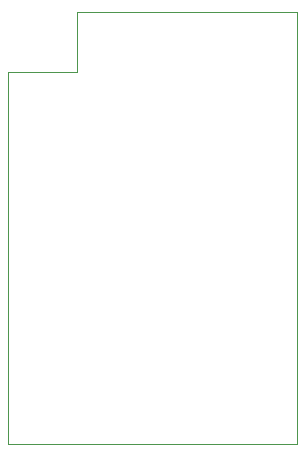
<source format=gbr>
%TF.GenerationSoftware,KiCad,Pcbnew,8.0.2*%
%TF.CreationDate,2024-05-26T11:00:14+01:00*%
%TF.ProjectId,FM16W08-3458A-Adaptor-to-AdaptorV1.0,464d3136-5730-4382-9d33-343538412d41,rev?*%
%TF.SameCoordinates,Original*%
%TF.FileFunction,Profile,NP*%
%FSLAX46Y46*%
G04 Gerber Fmt 4.6, Leading zero omitted, Abs format (unit mm)*
G04 Created by KiCad (PCBNEW 8.0.2) date 2024-05-26 11:00:14*
%MOMM*%
%LPD*%
G01*
G04 APERTURE LIST*
%TA.AperFunction,Profile*%
%ADD10C,0.100000*%
%TD*%
G04 APERTURE END LIST*
D10*
X107569000Y-80899000D02*
X113411000Y-80899000D01*
X107569000Y-112395000D02*
X107569000Y-80899000D01*
X132080000Y-112395000D02*
X107569000Y-112395000D01*
X113411000Y-75819000D02*
X132080000Y-75819000D01*
X113411000Y-80899000D02*
X113411000Y-75819000D01*
X132080000Y-75819000D02*
X132080000Y-112395000D01*
M02*

</source>
